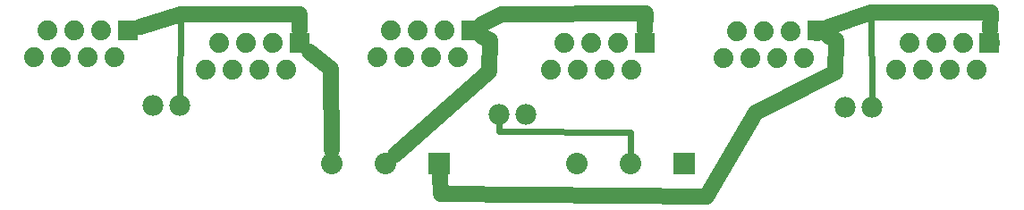
<source format=gtl>
G04 MADE WITH FRITZING*
G04 WWW.FRITZING.ORG*
G04 DOUBLE SIDED*
G04 HOLES PLATED*
G04 CONTOUR ON CENTER OF CONTOUR VECTOR*
%ASAXBY*%
%FSLAX23Y23*%
%MOIN*%
%OFA0B0*%
%SFA1.0B1.0*%
%ADD10C,0.078000*%
%ADD11C,0.074000*%
%ADD12C,0.080000*%
%ADD13R,0.080000X0.080000*%
%ADD14C,0.060000*%
%ADD15C,0.024000*%
%ADD16R,0.001000X0.001000*%
%LNCOPPER1*%
G90*
G70*
G54D10*
X1906Y502D03*
X2006Y502D03*
X618Y534D03*
X718Y534D03*
X3198Y529D03*
X3298Y529D03*
G54D11*
X3386Y667D03*
X3436Y767D03*
X3486Y667D03*
X3586Y667D03*
X3686Y667D03*
X3536Y767D03*
X3636Y767D03*
X3736Y767D03*
X2743Y713D03*
X2793Y813D03*
X2843Y713D03*
X2943Y713D03*
X3043Y713D03*
X2893Y813D03*
X2993Y813D03*
X3093Y813D03*
X2102Y669D03*
X2152Y769D03*
X2202Y669D03*
X2302Y669D03*
X2402Y669D03*
X2252Y769D03*
X2352Y769D03*
X2452Y769D03*
X1453Y714D03*
X1503Y814D03*
X1553Y714D03*
X1653Y714D03*
X1753Y714D03*
X1603Y814D03*
X1703Y814D03*
X1803Y814D03*
X815Y667D03*
X865Y767D03*
X915Y667D03*
X1015Y667D03*
X1115Y667D03*
X965Y767D03*
X1065Y767D03*
X1165Y767D03*
X175Y714D03*
X225Y814D03*
X275Y714D03*
X375Y714D03*
X475Y714D03*
X325Y814D03*
X425Y814D03*
X525Y814D03*
G54D12*
X2398Y320D03*
X2198Y320D03*
X2598Y320D03*
X1484Y320D03*
X1284Y320D03*
X1684Y320D03*
G54D13*
X2598Y320D03*
X1684Y320D03*
G54D14*
X3162Y659D02*
X2864Y509D01*
D02*
X1871Y662D02*
X1873Y777D01*
G54D15*
D02*
X3295Y882D02*
X3298Y559D01*
D02*
X719Y874D02*
X718Y564D01*
G54D14*
D02*
X3295Y882D02*
X3739Y882D01*
D02*
X3739Y882D02*
X3737Y814D01*
D02*
X3138Y828D02*
X3295Y882D01*
D02*
X1692Y206D02*
X1687Y272D01*
D02*
X2680Y194D02*
X1692Y206D01*
D02*
X2864Y509D02*
X2680Y194D01*
D02*
X3165Y779D02*
X3162Y659D01*
D02*
X3136Y793D02*
X3165Y779D01*
D02*
X1916Y875D02*
X2453Y878D01*
D02*
X2453Y878D02*
X2452Y816D01*
D02*
X1845Y837D02*
X1916Y875D01*
D02*
X1873Y777D02*
X1845Y792D01*
D02*
X1519Y351D02*
X1871Y662D01*
D02*
X719Y874D02*
X570Y828D01*
D02*
X1164Y875D02*
X719Y874D01*
D02*
X1165Y814D02*
X1164Y875D01*
D02*
X1279Y671D02*
X1283Y367D01*
D02*
X1202Y736D02*
X1279Y671D01*
G54D15*
D02*
X1906Y438D02*
X1906Y472D01*
D02*
X2398Y436D02*
X1906Y438D01*
D02*
X2398Y351D02*
X2398Y436D01*
G54D16*
X1766Y852D02*
X1839Y852D01*
X488Y851D02*
X561Y851D01*
X1766Y851D02*
X1839Y851D01*
X3056Y851D02*
X3129Y851D01*
X488Y850D02*
X561Y850D01*
X1766Y850D02*
X1839Y850D01*
X3056Y850D02*
X3129Y850D01*
X488Y849D02*
X561Y849D01*
X1766Y849D02*
X1839Y849D01*
X3056Y849D02*
X3129Y849D01*
X488Y848D02*
X561Y848D01*
X1766Y848D02*
X1839Y848D01*
X3056Y848D02*
X3129Y848D01*
X488Y847D02*
X561Y847D01*
X1766Y847D02*
X1839Y847D01*
X3056Y847D02*
X3129Y847D01*
X488Y846D02*
X561Y846D01*
X1766Y846D02*
X1839Y846D01*
X3056Y846D02*
X3129Y846D01*
X488Y845D02*
X561Y845D01*
X1766Y845D02*
X1839Y845D01*
X3056Y845D02*
X3129Y845D01*
X488Y844D02*
X561Y844D01*
X1766Y844D02*
X1839Y844D01*
X3056Y844D02*
X3129Y844D01*
X488Y843D02*
X561Y843D01*
X1766Y843D02*
X1839Y843D01*
X3056Y843D02*
X3129Y843D01*
X488Y842D02*
X561Y842D01*
X1766Y842D02*
X1839Y842D01*
X3056Y842D02*
X3129Y842D01*
X488Y841D02*
X561Y841D01*
X1766Y841D02*
X1839Y841D01*
X3056Y841D02*
X3129Y841D01*
X488Y840D02*
X561Y840D01*
X1766Y840D02*
X1839Y840D01*
X3056Y840D02*
X3129Y840D01*
X488Y839D02*
X561Y839D01*
X1766Y839D02*
X1839Y839D01*
X3056Y839D02*
X3129Y839D01*
X488Y838D02*
X561Y838D01*
X1766Y838D02*
X1839Y838D01*
X3056Y838D02*
X3129Y838D01*
X488Y837D02*
X561Y837D01*
X1766Y837D02*
X1839Y837D01*
X3056Y837D02*
X3129Y837D01*
X488Y836D02*
X561Y836D01*
X1766Y836D02*
X1839Y836D01*
X3056Y836D02*
X3129Y836D01*
X488Y835D02*
X561Y835D01*
X1766Y835D02*
X1801Y835D01*
X1804Y835D02*
X1839Y835D01*
X3056Y835D02*
X3129Y835D01*
X488Y834D02*
X520Y834D01*
X529Y834D02*
X561Y834D01*
X1766Y834D02*
X1796Y834D01*
X1809Y834D02*
X1839Y834D01*
X3056Y834D02*
X3129Y834D01*
X488Y833D02*
X517Y833D01*
X532Y833D02*
X561Y833D01*
X1766Y833D02*
X1794Y833D01*
X1812Y833D02*
X1839Y833D01*
X3056Y833D02*
X3087Y833D01*
X3098Y833D02*
X3129Y833D01*
X488Y832D02*
X515Y832D01*
X534Y832D02*
X561Y832D01*
X1766Y832D02*
X1792Y832D01*
X1814Y832D02*
X1839Y832D01*
X3056Y832D02*
X3084Y832D01*
X3101Y832D02*
X3129Y832D01*
X488Y831D02*
X513Y831D01*
X536Y831D02*
X561Y831D01*
X1766Y831D02*
X1790Y831D01*
X1815Y831D02*
X1839Y831D01*
X3056Y831D02*
X3082Y831D01*
X3103Y831D02*
X3129Y831D01*
X488Y830D02*
X512Y830D01*
X537Y830D02*
X561Y830D01*
X1766Y830D02*
X1789Y830D01*
X1816Y830D02*
X1839Y830D01*
X3056Y830D02*
X3080Y830D01*
X3105Y830D02*
X3129Y830D01*
X488Y829D02*
X511Y829D01*
X539Y829D02*
X561Y829D01*
X1766Y829D02*
X1788Y829D01*
X1817Y829D02*
X1839Y829D01*
X3056Y829D02*
X3079Y829D01*
X3106Y829D02*
X3129Y829D01*
X488Y828D02*
X510Y828D01*
X540Y828D02*
X561Y828D01*
X1766Y828D02*
X1787Y828D01*
X1818Y828D02*
X1839Y828D01*
X3056Y828D02*
X3078Y828D01*
X3107Y828D02*
X3129Y828D01*
X488Y827D02*
X509Y827D01*
X540Y827D02*
X561Y827D01*
X1766Y827D02*
X1786Y827D01*
X1819Y827D02*
X1839Y827D01*
X3056Y827D02*
X3077Y827D01*
X3108Y827D02*
X3129Y827D01*
X488Y826D02*
X508Y826D01*
X541Y826D02*
X561Y826D01*
X1766Y826D02*
X1786Y826D01*
X1820Y826D02*
X1839Y826D01*
X3056Y826D02*
X3076Y826D01*
X3109Y826D02*
X3129Y826D01*
X488Y825D02*
X507Y825D01*
X542Y825D02*
X561Y825D01*
X1766Y825D02*
X1785Y825D01*
X1820Y825D02*
X1839Y825D01*
X3056Y825D02*
X3076Y825D01*
X3109Y825D02*
X3129Y825D01*
X488Y824D02*
X507Y824D01*
X542Y824D02*
X561Y824D01*
X1766Y824D02*
X1785Y824D01*
X1821Y824D02*
X1839Y824D01*
X3056Y824D02*
X3075Y824D01*
X3110Y824D02*
X3129Y824D01*
X488Y823D02*
X506Y823D01*
X543Y823D02*
X561Y823D01*
X1766Y823D02*
X1784Y823D01*
X1821Y823D02*
X1839Y823D01*
X3056Y823D02*
X3074Y823D01*
X3110Y823D02*
X3129Y823D01*
X488Y822D02*
X506Y822D01*
X543Y822D02*
X561Y822D01*
X1766Y822D02*
X1784Y822D01*
X1822Y822D02*
X1839Y822D01*
X3056Y822D02*
X3074Y822D01*
X3111Y822D02*
X3129Y822D01*
X488Y821D02*
X506Y821D01*
X544Y821D02*
X561Y821D01*
X1766Y821D02*
X1783Y821D01*
X1822Y821D02*
X1839Y821D01*
X3056Y821D02*
X3074Y821D01*
X3111Y821D02*
X3129Y821D01*
X488Y820D02*
X505Y820D01*
X544Y820D02*
X561Y820D01*
X1766Y820D02*
X1783Y820D01*
X1822Y820D02*
X1839Y820D01*
X3056Y820D02*
X3073Y820D01*
X3112Y820D02*
X3129Y820D01*
X488Y819D02*
X505Y819D01*
X544Y819D02*
X561Y819D01*
X1766Y819D02*
X1783Y819D01*
X1823Y819D02*
X1839Y819D01*
X3056Y819D02*
X3073Y819D01*
X3112Y819D02*
X3129Y819D01*
X488Y818D02*
X505Y818D01*
X544Y818D02*
X561Y818D01*
X1766Y818D02*
X1783Y818D01*
X1823Y818D02*
X1839Y818D01*
X3056Y818D02*
X3073Y818D01*
X3112Y818D02*
X3129Y818D01*
X488Y817D02*
X505Y817D01*
X545Y817D02*
X561Y817D01*
X1766Y817D02*
X1783Y817D01*
X1823Y817D02*
X1839Y817D01*
X3056Y817D02*
X3073Y817D01*
X3112Y817D02*
X3129Y817D01*
X488Y816D02*
X505Y816D01*
X545Y816D02*
X561Y816D01*
X1766Y816D02*
X1783Y816D01*
X1823Y816D02*
X1839Y816D01*
X3056Y816D02*
X3072Y816D01*
X3112Y816D02*
X3129Y816D01*
X488Y815D02*
X504Y815D01*
X545Y815D02*
X561Y815D01*
X1766Y815D02*
X1783Y815D01*
X1823Y815D02*
X1839Y815D01*
X3056Y815D02*
X3072Y815D01*
X3113Y815D02*
X3129Y815D01*
X488Y814D02*
X505Y814D01*
X545Y814D02*
X561Y814D01*
X1766Y814D02*
X1783Y814D01*
X1823Y814D02*
X1839Y814D01*
X3056Y814D02*
X3072Y814D01*
X3113Y814D02*
X3129Y814D01*
X488Y813D02*
X505Y813D01*
X545Y813D02*
X561Y813D01*
X1766Y813D02*
X1783Y813D01*
X1823Y813D02*
X1839Y813D01*
X3056Y813D02*
X3072Y813D01*
X3113Y813D02*
X3129Y813D01*
X488Y812D02*
X505Y812D01*
X545Y812D02*
X561Y812D01*
X1766Y812D02*
X1783Y812D01*
X1823Y812D02*
X1839Y812D01*
X3056Y812D02*
X3072Y812D01*
X3112Y812D02*
X3129Y812D01*
X488Y811D02*
X505Y811D01*
X544Y811D02*
X561Y811D01*
X1766Y811D02*
X1783Y811D01*
X1822Y811D02*
X1839Y811D01*
X3056Y811D02*
X3073Y811D01*
X3112Y811D02*
X3129Y811D01*
X488Y810D02*
X505Y810D01*
X544Y810D02*
X561Y810D01*
X1766Y810D02*
X1783Y810D01*
X1822Y810D02*
X1839Y810D01*
X3056Y810D02*
X3073Y810D01*
X3112Y810D02*
X3129Y810D01*
X488Y809D02*
X505Y809D01*
X544Y809D02*
X561Y809D01*
X1766Y809D02*
X1784Y809D01*
X1822Y809D02*
X1839Y809D01*
X3056Y809D02*
X3073Y809D01*
X3112Y809D02*
X3129Y809D01*
X488Y808D02*
X506Y808D01*
X544Y808D02*
X561Y808D01*
X1766Y808D02*
X1784Y808D01*
X1821Y808D02*
X1839Y808D01*
X3056Y808D02*
X3073Y808D01*
X3112Y808D02*
X3129Y808D01*
X488Y807D02*
X506Y807D01*
X543Y807D02*
X561Y807D01*
X1766Y807D02*
X1785Y807D01*
X1821Y807D02*
X1839Y807D01*
X3056Y807D02*
X3074Y807D01*
X3111Y807D02*
X3129Y807D01*
X488Y806D02*
X507Y806D01*
X543Y806D02*
X561Y806D01*
X1766Y806D02*
X1785Y806D01*
X1820Y806D02*
X1839Y806D01*
X2414Y806D02*
X2488Y806D01*
X3056Y806D02*
X3074Y806D01*
X3111Y806D02*
X3129Y806D01*
X488Y805D02*
X507Y805D01*
X542Y805D02*
X561Y805D01*
X1766Y805D02*
X1786Y805D01*
X1820Y805D02*
X1839Y805D01*
X2414Y805D02*
X2488Y805D01*
X3056Y805D02*
X3075Y805D01*
X3110Y805D02*
X3129Y805D01*
X488Y804D02*
X508Y804D01*
X542Y804D02*
X561Y804D01*
X1128Y804D02*
X1201Y804D01*
X1766Y804D02*
X1786Y804D01*
X1819Y804D02*
X1839Y804D01*
X2414Y804D02*
X2488Y804D01*
X3056Y804D02*
X3075Y804D01*
X3110Y804D02*
X3129Y804D01*
X3698Y804D02*
X3771Y804D01*
X488Y803D02*
X508Y803D01*
X541Y803D02*
X561Y803D01*
X1128Y803D02*
X1201Y803D01*
X1766Y803D02*
X1787Y803D01*
X1818Y803D02*
X1839Y803D01*
X2414Y803D02*
X2488Y803D01*
X3056Y803D02*
X3076Y803D01*
X3109Y803D02*
X3129Y803D01*
X3698Y803D02*
X3771Y803D01*
X488Y802D02*
X509Y802D01*
X540Y802D02*
X561Y802D01*
X1128Y802D02*
X1201Y802D01*
X1766Y802D02*
X1788Y802D01*
X1818Y802D02*
X1839Y802D01*
X2414Y802D02*
X2488Y802D01*
X3056Y802D02*
X3077Y802D01*
X3108Y802D02*
X3129Y802D01*
X3698Y802D02*
X3771Y802D01*
X488Y801D02*
X510Y801D01*
X539Y801D02*
X561Y801D01*
X1128Y801D02*
X1201Y801D01*
X1766Y801D02*
X1789Y801D01*
X1817Y801D02*
X1839Y801D01*
X2414Y801D02*
X2488Y801D01*
X3056Y801D02*
X3077Y801D01*
X3107Y801D02*
X3129Y801D01*
X3698Y801D02*
X3771Y801D01*
X488Y800D02*
X511Y800D01*
X538Y800D02*
X561Y800D01*
X1128Y800D02*
X1201Y800D01*
X1766Y800D02*
X1790Y800D01*
X1815Y800D02*
X1839Y800D01*
X2414Y800D02*
X2488Y800D01*
X3056Y800D02*
X3078Y800D01*
X3107Y800D02*
X3129Y800D01*
X3698Y800D02*
X3771Y800D01*
X488Y799D02*
X512Y799D01*
X537Y799D02*
X561Y799D01*
X1128Y799D02*
X1201Y799D01*
X1766Y799D02*
X1791Y799D01*
X1814Y799D02*
X1839Y799D01*
X2414Y799D02*
X2488Y799D01*
X3056Y799D02*
X3080Y799D01*
X3105Y799D02*
X3129Y799D01*
X3698Y799D02*
X3771Y799D01*
X488Y798D02*
X514Y798D01*
X535Y798D02*
X561Y798D01*
X1128Y798D02*
X1201Y798D01*
X1766Y798D02*
X1793Y798D01*
X1812Y798D02*
X1839Y798D01*
X2414Y798D02*
X2488Y798D01*
X3056Y798D02*
X3081Y798D01*
X3104Y798D02*
X3129Y798D01*
X3698Y798D02*
X3771Y798D01*
X488Y797D02*
X516Y797D01*
X534Y797D02*
X561Y797D01*
X1128Y797D02*
X1201Y797D01*
X1766Y797D02*
X1796Y797D01*
X1810Y797D02*
X1839Y797D01*
X2414Y797D02*
X2488Y797D01*
X3056Y797D02*
X3082Y797D01*
X3102Y797D02*
X3129Y797D01*
X3698Y797D02*
X3771Y797D01*
X488Y796D02*
X518Y796D01*
X531Y796D02*
X561Y796D01*
X1128Y796D02*
X1201Y796D01*
X1766Y796D02*
X1800Y796D01*
X1806Y796D02*
X1839Y796D01*
X2414Y796D02*
X2488Y796D01*
X3056Y796D02*
X3084Y796D01*
X3100Y796D02*
X3129Y796D01*
X3698Y796D02*
X3771Y796D01*
X488Y795D02*
X561Y795D01*
X1128Y795D02*
X1201Y795D01*
X1766Y795D02*
X1839Y795D01*
X2414Y795D02*
X2488Y795D01*
X3056Y795D02*
X3088Y795D01*
X3097Y795D02*
X3129Y795D01*
X3698Y795D02*
X3771Y795D01*
X488Y794D02*
X561Y794D01*
X1128Y794D02*
X1201Y794D01*
X1766Y794D02*
X1839Y794D01*
X2414Y794D02*
X2488Y794D01*
X3056Y794D02*
X3129Y794D01*
X3698Y794D02*
X3771Y794D01*
X488Y793D02*
X561Y793D01*
X1128Y793D02*
X1201Y793D01*
X1766Y793D02*
X1839Y793D01*
X2414Y793D02*
X2488Y793D01*
X3056Y793D02*
X3129Y793D01*
X3698Y793D02*
X3771Y793D01*
X488Y792D02*
X561Y792D01*
X1128Y792D02*
X1201Y792D01*
X1766Y792D02*
X1839Y792D01*
X2414Y792D02*
X2488Y792D01*
X3056Y792D02*
X3129Y792D01*
X3698Y792D02*
X3771Y792D01*
X488Y791D02*
X561Y791D01*
X1128Y791D02*
X1201Y791D01*
X1766Y791D02*
X1839Y791D01*
X2414Y791D02*
X2488Y791D01*
X3056Y791D02*
X3129Y791D01*
X3698Y791D02*
X3771Y791D01*
X488Y790D02*
X561Y790D01*
X1128Y790D02*
X1201Y790D01*
X1766Y790D02*
X1839Y790D01*
X2414Y790D02*
X2488Y790D01*
X3056Y790D02*
X3129Y790D01*
X3698Y790D02*
X3771Y790D01*
X488Y789D02*
X561Y789D01*
X1128Y789D02*
X1201Y789D01*
X1766Y789D02*
X1839Y789D01*
X2414Y789D02*
X2446Y789D01*
X2456Y789D02*
X2488Y789D01*
X3056Y789D02*
X3129Y789D01*
X3698Y789D02*
X3771Y789D01*
X488Y788D02*
X561Y788D01*
X1128Y788D02*
X1201Y788D01*
X1766Y788D02*
X1839Y788D01*
X2414Y788D02*
X2443Y788D01*
X2459Y788D02*
X2488Y788D01*
X3056Y788D02*
X3129Y788D01*
X3698Y788D02*
X3771Y788D01*
X488Y787D02*
X561Y787D01*
X1128Y787D02*
X1161Y787D01*
X1168Y787D02*
X1201Y787D01*
X1766Y787D02*
X1839Y787D01*
X2414Y787D02*
X2441Y787D01*
X2461Y787D02*
X2488Y787D01*
X3056Y787D02*
X3129Y787D01*
X3698Y787D02*
X3731Y787D01*
X3738Y787D02*
X3771Y787D01*
X488Y786D02*
X561Y786D01*
X1128Y786D02*
X1157Y786D01*
X1172Y786D02*
X1201Y786D01*
X1766Y786D02*
X1839Y786D01*
X2414Y786D02*
X2439Y786D01*
X2463Y786D02*
X2488Y786D01*
X3056Y786D02*
X3129Y786D01*
X3698Y786D02*
X3727Y786D01*
X3742Y786D02*
X3771Y786D01*
X488Y785D02*
X561Y785D01*
X1128Y785D02*
X1155Y785D01*
X1174Y785D02*
X1201Y785D01*
X1766Y785D02*
X1839Y785D01*
X2414Y785D02*
X2438Y785D01*
X2464Y785D02*
X2488Y785D01*
X3056Y785D02*
X3129Y785D01*
X3698Y785D02*
X3725Y785D01*
X3744Y785D02*
X3771Y785D01*
X488Y784D02*
X561Y784D01*
X1128Y784D02*
X1153Y784D01*
X1176Y784D02*
X1201Y784D01*
X1766Y784D02*
X1839Y784D01*
X2414Y784D02*
X2437Y784D01*
X2465Y784D02*
X2488Y784D01*
X3056Y784D02*
X3129Y784D01*
X3698Y784D02*
X3723Y784D01*
X3746Y784D02*
X3771Y784D01*
X488Y783D02*
X561Y783D01*
X1128Y783D02*
X1152Y783D01*
X1177Y783D02*
X1201Y783D01*
X1766Y783D02*
X1839Y783D01*
X2414Y783D02*
X2436Y783D01*
X2466Y783D02*
X2488Y783D01*
X3056Y783D02*
X3129Y783D01*
X3698Y783D02*
X3722Y783D01*
X3747Y783D02*
X3771Y783D01*
X488Y782D02*
X561Y782D01*
X1128Y782D02*
X1151Y782D01*
X1179Y782D02*
X1201Y782D01*
X1766Y782D02*
X1839Y782D01*
X2414Y782D02*
X2435Y782D01*
X2467Y782D02*
X2488Y782D01*
X3056Y782D02*
X3129Y782D01*
X3698Y782D02*
X3721Y782D01*
X3749Y782D02*
X3771Y782D01*
X488Y781D02*
X561Y781D01*
X1128Y781D02*
X1150Y781D01*
X1180Y781D02*
X1201Y781D01*
X1766Y781D02*
X1839Y781D01*
X2414Y781D02*
X2434Y781D01*
X2468Y781D02*
X2488Y781D01*
X3056Y781D02*
X3129Y781D01*
X3698Y781D02*
X3720Y781D01*
X3750Y781D02*
X3771Y781D01*
X488Y780D02*
X561Y780D01*
X1128Y780D02*
X1149Y780D01*
X1180Y780D02*
X1201Y780D01*
X1766Y780D02*
X1839Y780D01*
X2414Y780D02*
X2434Y780D01*
X2468Y780D02*
X2488Y780D01*
X3056Y780D02*
X3129Y780D01*
X3698Y780D02*
X3719Y780D01*
X3750Y780D02*
X3771Y780D01*
X488Y779D02*
X561Y779D01*
X1128Y779D02*
X1148Y779D01*
X1181Y779D02*
X1201Y779D01*
X1766Y779D02*
X1839Y779D01*
X2414Y779D02*
X2433Y779D01*
X2469Y779D02*
X2488Y779D01*
X3056Y779D02*
X3129Y779D01*
X3698Y779D02*
X3718Y779D01*
X3751Y779D02*
X3771Y779D01*
X488Y778D02*
X561Y778D01*
X1128Y778D02*
X1148Y778D01*
X1182Y778D02*
X1201Y778D01*
X2414Y778D02*
X2433Y778D01*
X2469Y778D02*
X2488Y778D01*
X3056Y778D02*
X3129Y778D01*
X3698Y778D02*
X3718Y778D01*
X3752Y778D02*
X3771Y778D01*
X1128Y777D02*
X1147Y777D01*
X1182Y777D02*
X1201Y777D01*
X2414Y777D02*
X2432Y777D01*
X2470Y777D02*
X2488Y777D01*
X3698Y777D02*
X3717Y777D01*
X3752Y777D02*
X3771Y777D01*
X1128Y776D02*
X1146Y776D01*
X1183Y776D02*
X1201Y776D01*
X2414Y776D02*
X2432Y776D01*
X2470Y776D02*
X2488Y776D01*
X3698Y776D02*
X3716Y776D01*
X3753Y776D02*
X3771Y776D01*
X1128Y775D02*
X1146Y775D01*
X1183Y775D02*
X1201Y775D01*
X2414Y775D02*
X2432Y775D01*
X2470Y775D02*
X2488Y775D01*
X3698Y775D02*
X3716Y775D01*
X3753Y775D02*
X3771Y775D01*
X1128Y774D02*
X1146Y774D01*
X1184Y774D02*
X1201Y774D01*
X2414Y774D02*
X2431Y774D01*
X2471Y774D02*
X2488Y774D01*
X3698Y774D02*
X3716Y774D01*
X3754Y774D02*
X3771Y774D01*
X1128Y773D02*
X1145Y773D01*
X1184Y773D02*
X1201Y773D01*
X2414Y773D02*
X2431Y773D01*
X2471Y773D02*
X2488Y773D01*
X3698Y773D02*
X3715Y773D01*
X3754Y773D02*
X3771Y773D01*
X1128Y772D02*
X1145Y772D01*
X1184Y772D02*
X1201Y772D01*
X2414Y772D02*
X2431Y772D01*
X2471Y772D02*
X2488Y772D01*
X3698Y772D02*
X3715Y772D01*
X3754Y772D02*
X3771Y772D01*
X1128Y771D02*
X1145Y771D01*
X1185Y771D02*
X1201Y771D01*
X2414Y771D02*
X2431Y771D01*
X2471Y771D02*
X2488Y771D01*
X3698Y771D02*
X3715Y771D01*
X3755Y771D02*
X3771Y771D01*
X1128Y770D02*
X1145Y770D01*
X1185Y770D02*
X1201Y770D01*
X2414Y770D02*
X2431Y770D01*
X2471Y770D02*
X2488Y770D01*
X3698Y770D02*
X3715Y770D01*
X3755Y770D02*
X3771Y770D01*
X1128Y769D02*
X1145Y769D01*
X1185Y769D02*
X1201Y769D01*
X2414Y769D02*
X2431Y769D01*
X2471Y769D02*
X2488Y769D01*
X3698Y769D02*
X3715Y769D01*
X3755Y769D02*
X3771Y769D01*
X1128Y768D02*
X1145Y768D01*
X1185Y768D02*
X1201Y768D01*
X2414Y768D02*
X2431Y768D01*
X2471Y768D02*
X2488Y768D01*
X3698Y768D02*
X3715Y768D01*
X3755Y768D02*
X3771Y768D01*
X1128Y767D02*
X1145Y767D01*
X1185Y767D02*
X1201Y767D01*
X2414Y767D02*
X2431Y767D01*
X2471Y767D02*
X2488Y767D01*
X3698Y767D02*
X3715Y767D01*
X3755Y767D02*
X3771Y767D01*
X1128Y766D02*
X1145Y766D01*
X1185Y766D02*
X1201Y766D01*
X2414Y766D02*
X2431Y766D01*
X2471Y766D02*
X2488Y766D01*
X3698Y766D02*
X3715Y766D01*
X3755Y766D02*
X3771Y766D01*
X1128Y765D02*
X1145Y765D01*
X1185Y765D02*
X1201Y765D01*
X2414Y765D02*
X2431Y765D01*
X2471Y765D02*
X2488Y765D01*
X3698Y765D02*
X3715Y765D01*
X3755Y765D02*
X3771Y765D01*
X1128Y764D02*
X1145Y764D01*
X1185Y764D02*
X1201Y764D01*
X2414Y764D02*
X2432Y764D01*
X2470Y764D02*
X2488Y764D01*
X3698Y764D02*
X3715Y764D01*
X3755Y764D02*
X3771Y764D01*
X1128Y763D02*
X1145Y763D01*
X1184Y763D02*
X1201Y763D01*
X2414Y763D02*
X2432Y763D01*
X2470Y763D02*
X2488Y763D01*
X3698Y763D02*
X3715Y763D01*
X3754Y763D02*
X3771Y763D01*
X1128Y762D02*
X1145Y762D01*
X1184Y762D02*
X1201Y762D01*
X2414Y762D02*
X2432Y762D01*
X2470Y762D02*
X2488Y762D01*
X3698Y762D02*
X3715Y762D01*
X3754Y762D02*
X3771Y762D01*
X1128Y761D02*
X1146Y761D01*
X1184Y761D02*
X1201Y761D01*
X2414Y761D02*
X2433Y761D01*
X2469Y761D02*
X2488Y761D01*
X3698Y761D02*
X3716Y761D01*
X3754Y761D02*
X3771Y761D01*
X1128Y760D02*
X1146Y760D01*
X1183Y760D02*
X1201Y760D01*
X2414Y760D02*
X2434Y760D01*
X2468Y760D02*
X2488Y760D01*
X3698Y760D02*
X3716Y760D01*
X3753Y760D02*
X3771Y760D01*
X1128Y759D02*
X1147Y759D01*
X1183Y759D02*
X1201Y759D01*
X2414Y759D02*
X2434Y759D01*
X2468Y759D02*
X2488Y759D01*
X3698Y759D02*
X3717Y759D01*
X3753Y759D02*
X3771Y759D01*
X1128Y758D02*
X1147Y758D01*
X1182Y758D02*
X1201Y758D01*
X2414Y758D02*
X2435Y758D01*
X2467Y758D02*
X2488Y758D01*
X3698Y758D02*
X3717Y758D01*
X3752Y758D02*
X3771Y758D01*
X1128Y757D02*
X1148Y757D01*
X1182Y757D02*
X1201Y757D01*
X2414Y757D02*
X2436Y757D01*
X2466Y757D02*
X2488Y757D01*
X3698Y757D02*
X3718Y757D01*
X3752Y757D02*
X3771Y757D01*
X1128Y756D02*
X1148Y756D01*
X1181Y756D02*
X1201Y756D01*
X2414Y756D02*
X2436Y756D01*
X2466Y756D02*
X2488Y756D01*
X3698Y756D02*
X3718Y756D01*
X3751Y756D02*
X3771Y756D01*
X1128Y755D02*
X1149Y755D01*
X1180Y755D02*
X1201Y755D01*
X2414Y755D02*
X2438Y755D01*
X2464Y755D02*
X2488Y755D01*
X3698Y755D02*
X3719Y755D01*
X3750Y755D02*
X3771Y755D01*
X1128Y754D02*
X1150Y754D01*
X1179Y754D02*
X1201Y754D01*
X2414Y754D02*
X2439Y754D01*
X2463Y754D02*
X2488Y754D01*
X3698Y754D02*
X3720Y754D01*
X3749Y754D02*
X3771Y754D01*
X1128Y753D02*
X1151Y753D01*
X1178Y753D02*
X1201Y753D01*
X2414Y753D02*
X2440Y753D01*
X2462Y753D02*
X2488Y753D01*
X3698Y753D02*
X3721Y753D01*
X3748Y753D02*
X3771Y753D01*
X1128Y752D02*
X1152Y752D01*
X1177Y752D02*
X1201Y752D01*
X2414Y752D02*
X2442Y752D01*
X2460Y752D02*
X2488Y752D01*
X3698Y752D02*
X3722Y752D01*
X3747Y752D02*
X3771Y752D01*
X1128Y751D02*
X1154Y751D01*
X1176Y751D02*
X1201Y751D01*
X2414Y751D02*
X2445Y751D01*
X2457Y751D02*
X2488Y751D01*
X3698Y751D02*
X3724Y751D01*
X3746Y751D02*
X3771Y751D01*
X1128Y750D02*
X1156Y750D01*
X1174Y750D02*
X1201Y750D01*
X2414Y750D02*
X2488Y750D01*
X3698Y750D02*
X3726Y750D01*
X3744Y750D02*
X3771Y750D01*
X1128Y749D02*
X1158Y749D01*
X1171Y749D02*
X1201Y749D01*
X2414Y749D02*
X2488Y749D01*
X3698Y749D02*
X3728Y749D01*
X3741Y749D02*
X3771Y749D01*
X1128Y748D02*
X1201Y748D01*
X2414Y748D02*
X2488Y748D01*
X3698Y748D02*
X3771Y748D01*
X1128Y747D02*
X1201Y747D01*
X2414Y747D02*
X2488Y747D01*
X3698Y747D02*
X3771Y747D01*
X1128Y746D02*
X1201Y746D01*
X2414Y746D02*
X2488Y746D01*
X3698Y746D02*
X3771Y746D01*
X1128Y745D02*
X1201Y745D01*
X2414Y745D02*
X2488Y745D01*
X3698Y745D02*
X3771Y745D01*
X1128Y744D02*
X1201Y744D01*
X2414Y744D02*
X2488Y744D01*
X3698Y744D02*
X3771Y744D01*
X1128Y743D02*
X1201Y743D01*
X2414Y743D02*
X2488Y743D01*
X3698Y743D02*
X3771Y743D01*
X1128Y742D02*
X1201Y742D01*
X2414Y742D02*
X2488Y742D01*
X3698Y742D02*
X3771Y742D01*
X1128Y741D02*
X1201Y741D01*
X2414Y741D02*
X2488Y741D01*
X3698Y741D02*
X3771Y741D01*
X1128Y740D02*
X1201Y740D01*
X2414Y740D02*
X2488Y740D01*
X3698Y740D02*
X3771Y740D01*
X1128Y739D02*
X1201Y739D01*
X2414Y739D02*
X2488Y739D01*
X3698Y739D02*
X3771Y739D01*
X1128Y738D02*
X1201Y738D01*
X2414Y738D02*
X2488Y738D01*
X3698Y738D02*
X3771Y738D01*
X1128Y737D02*
X1201Y737D01*
X2414Y737D02*
X2488Y737D01*
X3698Y737D02*
X3771Y737D01*
X1128Y736D02*
X1201Y736D01*
X2414Y736D02*
X2488Y736D01*
X3698Y736D02*
X3771Y736D01*
X1128Y735D02*
X1201Y735D01*
X2414Y735D02*
X2488Y735D01*
X3698Y735D02*
X3771Y735D01*
X1128Y734D02*
X1201Y734D01*
X2414Y734D02*
X2488Y734D01*
X3698Y734D02*
X3771Y734D01*
X1128Y733D02*
X1201Y733D01*
X2415Y733D02*
X2487Y733D01*
X3698Y733D02*
X3771Y733D01*
X1128Y732D02*
X1201Y732D01*
X3698Y732D02*
X3771Y732D01*
X1128Y731D02*
X1201Y731D01*
X3698Y731D02*
X3771Y731D01*
D02*
G04 End of Copper1*
M02*
</source>
